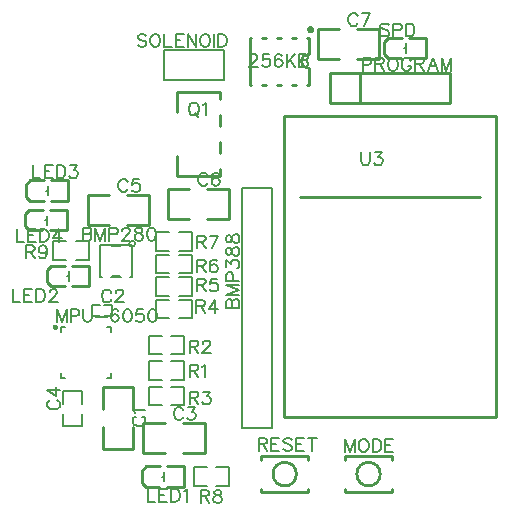
<source format=gto>
G04 Layer: TopSilkLayer*
G04 EasyEDA v6.4.7, 2020-12-08T13:31:26--8:00*
G04 2666239171464f44b57efdd4127db657,11a6c599673c4091828b82ff80a72166,10*
G04 Gerber Generator version 0.2*
G04 Scale: 100 percent, Rotated: No, Reflected: No *
G04 Dimensions in millimeters *
G04 leading zeros omitted , absolute positions ,3 integer and 3 decimal *
%FSLAX33Y33*%
%MOMM*%
G90*
D02*

%ADD10C,0.254000*%
%ADD50C,0.202997*%
%ADD51C,0.203200*%
%ADD52C,0.200000*%
%ADD53C,0.202999*%
%ADD54C,0.160000*%
%ADD55C,0.152400*%
%ADD56C,0.159995*%

%LPD*%
G54D10*
G01X35365Y42363D02*
G01X33892Y42363D01*
G01X35365Y40636D02*
G01X33892Y40636D01*
G01X35365Y40636D02*
G01X35365Y42363D01*
G01X33307Y42363D02*
G01X32139Y42363D01*
G01X33282Y40636D02*
G01X32139Y40636D01*
G01X32139Y40636D02*
G01X31783Y40991D01*
G01X31783Y42007D01*
G01X32139Y42363D01*
G54D50*
G01X33676Y41093D02*
G01X33676Y41880D01*
G01X33676Y41491D02*
G01X33500Y41491D01*
G54D51*
G01X18289Y41269D02*
G01X18289Y38755D01*
G01X13209Y38755D01*
G01X13209Y41269D01*
G01X18289Y41269D01*
G54D52*
G01X4641Y11333D02*
G01X4641Y12433D01*
G01X6242Y12433D01*
G01X6242Y11333D01*
G01X4641Y10533D02*
G01X4641Y9433D01*
G01X5641Y9433D01*
G01X6242Y9433D01*
G01X6242Y10533D01*
G54D10*
G01X14299Y30649D02*
G01X17900Y30649D01*
G01X14299Y37749D02*
G01X17900Y37749D01*
G01X14299Y37749D02*
G01X14299Y36065D01*
G01X14299Y32334D02*
G01X14299Y30649D01*
G01X17900Y37749D02*
G01X17900Y37165D01*
G01X17900Y35834D02*
G01X17900Y34865D01*
G01X17900Y33534D02*
G01X17900Y32565D01*
G01X17900Y31234D02*
G01X17900Y30649D01*
G54D52*
G01X16800Y4399D02*
G01X15700Y4399D01*
G01X15700Y6000D01*
G01X16800Y6000D01*
G01X17600Y4399D02*
G01X18700Y4399D01*
G01X18700Y5399D01*
G01X18700Y6000D01*
G01X17600Y6000D01*
G01X5699Y25100D02*
G01X6799Y25100D01*
G01X6799Y23499D01*
G01X5699Y23499D01*
G01X4899Y25100D02*
G01X3799Y25100D01*
G01X3799Y24100D01*
G01X3799Y23499D01*
G01X4899Y23499D01*
G54D10*
G01X14865Y6063D02*
G01X13392Y6063D01*
G01X14865Y4336D02*
G01X13392Y4336D01*
G01X14865Y4336D02*
G01X14865Y6063D01*
G01X12807Y6063D02*
G01X11639Y6063D01*
G01X12782Y4336D02*
G01X11639Y4336D01*
G01X11639Y4336D02*
G01X11283Y4691D01*
G01X11283Y5707D01*
G01X11639Y6063D01*
G54D50*
G01X13176Y4793D02*
G01X13176Y5580D01*
G01X13176Y5191D02*
G01X13000Y5191D01*
G54D10*
G01X6865Y23063D02*
G01X5392Y23063D01*
G01X6865Y21336D02*
G01X5392Y21336D01*
G01X6865Y21336D02*
G01X6865Y23063D01*
G01X4807Y23063D02*
G01X3639Y23063D01*
G01X4782Y21336D02*
G01X3639Y21336D01*
G01X3639Y21336D02*
G01X3283Y21691D01*
G01X3283Y22707D01*
G01X3639Y23063D01*
G54D50*
G01X5176Y21793D02*
G01X5176Y22580D01*
G01X5176Y22192D02*
G01X5000Y22192D01*
G54D10*
G01X27219Y39369D02*
G01X37379Y39369D01*
G01X37379Y36829D01*
G01X27219Y36829D01*
G01X27219Y39369D01*
G01X29759Y39369D02*
G01X29759Y36829D01*
G54D52*
G01X4434Y17435D02*
G01X4434Y17835D01*
G01X4834Y17835D01*
G01X8335Y17835D02*
G01X8735Y17835D01*
G01X8735Y17435D01*
G01X8335Y13535D02*
G01X8735Y13535D01*
G01X8735Y13935D01*
G01X4834Y13535D02*
G01X4434Y13535D01*
G01X4434Y13935D01*
G01X13780Y14974D02*
G01X14880Y14974D01*
G01X14880Y13373D01*
G01X13780Y13373D01*
G01X12980Y14974D02*
G01X11880Y14974D01*
G01X11880Y13974D01*
G01X11880Y13373D01*
G01X12980Y13373D01*
G01X13777Y17133D02*
G01X14877Y17133D01*
G01X14877Y15532D01*
G01X13777Y15532D01*
G01X12977Y17133D02*
G01X11877Y17133D01*
G01X11877Y16133D01*
G01X11877Y15532D01*
G01X12977Y15532D01*
G01X13780Y12815D02*
G01X14880Y12815D01*
G01X14880Y11214D01*
G01X13780Y11214D01*
G01X12980Y12815D02*
G01X11880Y12815D01*
G01X11880Y11815D01*
G01X11880Y11214D01*
G01X12980Y11214D01*
G01X13613Y18580D02*
G01X12513Y18580D01*
G01X12513Y20181D01*
G01X13613Y20181D01*
G01X14412Y18580D02*
G01X15513Y18580D01*
G01X15513Y19580D01*
G01X15513Y20181D01*
G01X14412Y20181D01*
G01X13613Y20485D02*
G01X12513Y20485D01*
G01X12513Y22086D01*
G01X13613Y22086D01*
G01X14412Y20485D02*
G01X15513Y20485D01*
G01X15513Y21485D01*
G01X15513Y22086D01*
G01X14412Y22086D01*
G01X13616Y22390D02*
G01X12516Y22390D01*
G01X12516Y23991D01*
G01X13616Y23991D01*
G01X14416Y22390D02*
G01X15516Y22390D01*
G01X15516Y23390D01*
G01X15516Y23991D01*
G01X14416Y23991D01*
G01X14415Y25896D02*
G01X15515Y25896D01*
G01X15515Y24295D01*
G01X14415Y24295D01*
G01X13615Y25896D02*
G01X12515Y25896D01*
G01X12515Y24896D01*
G01X12515Y24295D01*
G01X13615Y24295D01*
G54D51*
G01X19792Y29667D02*
G01X22332Y29667D01*
G01X22332Y9347D01*
G01X19792Y9347D01*
G01X19792Y11252D01*
G54D53*
G01X19792Y29667D02*
G01X19792Y11252D01*
G54D10*
G01X32500Y3899D02*
G01X28500Y3899D01*
G01X28500Y6899D02*
G01X32500Y6899D01*
G01X32500Y3899D02*
G01X32500Y4168D01*
G01X32500Y6631D02*
G01X32500Y6899D01*
G01X28500Y3899D02*
G01X28500Y4168D01*
G01X28500Y6631D02*
G01X28500Y6899D01*
G01X21400Y6899D02*
G01X25400Y6899D01*
G01X25400Y3899D02*
G01X21400Y3899D01*
G01X21400Y6899D02*
G01X21400Y6631D01*
G01X21400Y4168D02*
G01X21400Y3899D01*
G01X25400Y6899D02*
G01X25400Y6631D01*
G01X25400Y4168D02*
G01X25400Y3899D01*
G01X10521Y10947D02*
G01X10521Y12796D01*
G01X7981Y12796D01*
G01X7981Y10947D01*
G01X7981Y9423D02*
G01X7981Y7565D01*
G01X10521Y7565D01*
G01X10521Y9423D01*
G01X13264Y9728D02*
G01X11416Y9728D01*
G01X11416Y7188D01*
G01X13264Y7188D01*
G01X14788Y7188D02*
G01X16646Y7188D01*
G01X16646Y9728D01*
G01X14788Y9728D01*
G01X8565Y29032D02*
G01X6717Y29032D01*
G01X6717Y26492D01*
G01X8565Y26492D01*
G01X10089Y26492D02*
G01X11947Y26492D01*
G01X11947Y29032D01*
G01X10089Y29032D01*
G01X15337Y29569D02*
G01X13489Y29569D01*
G01X13489Y27029D01*
G01X15337Y27029D01*
G01X16861Y27029D02*
G01X18719Y27029D01*
G01X18719Y29569D01*
G01X16861Y29569D01*
G01X28037Y43069D02*
G01X26189Y43069D01*
G01X26189Y40529D01*
G01X28037Y40529D01*
G01X29561Y40529D02*
G01X31419Y40529D01*
G01X31419Y43069D01*
G01X29561Y43069D01*
G54D54*
G01X9440Y24724D02*
G01X8809Y24724D01*
G01X8809Y22165D02*
G01X9440Y22165D01*
G01X7764Y24824D02*
G01X10474Y24824D01*
G01X10474Y24824D02*
G01X10474Y22114D01*
G01X10328Y22114D01*
G01X9521Y22114D02*
G01X8728Y22114D01*
G01X7921Y22114D02*
G01X7784Y22114D01*
G01X7784Y24824D01*
G54D10*
G01X25434Y42360D02*
G01X25290Y42360D01*
G01X24389Y42360D02*
G01X24020Y42360D01*
G01X25434Y38360D02*
G01X25290Y38360D01*
G01X24389Y38360D02*
G01X24020Y38360D01*
G01X23119Y38360D02*
G01X22750Y38360D01*
G01X21849Y38360D02*
G01X21480Y38360D01*
G01X25434Y40940D02*
G01X25434Y42360D01*
G01X23119Y42360D02*
G01X22750Y42360D01*
G01X21849Y42360D02*
G01X21480Y42360D01*
G01X20579Y42360D02*
G01X20434Y42360D01*
G01X25434Y38360D02*
G01X25434Y39760D01*
G01X20434Y38360D02*
G01X20434Y42360D01*
G01X20579Y38360D02*
G01X20434Y38360D01*
G54D55*
G01X7753Y19685D02*
G01X7118Y19685D01*
G01X7118Y18822D01*
G01X7651Y18822D01*
G01X7753Y18822D01*
G01X8134Y18822D02*
G01X8743Y18822D01*
G01X8743Y19685D01*
G01X8210Y19685D01*
G01X8134Y19685D01*
G54D10*
G01X23308Y35724D02*
G01X41291Y35724D01*
G01X41291Y10222D01*
G01X23308Y10222D01*
G01X23308Y35724D01*
G01X24679Y28840D02*
G01X39919Y28840D01*
G01X5065Y30263D02*
G01X3592Y30263D01*
G01X5065Y28536D02*
G01X3592Y28536D01*
G01X5065Y28536D02*
G01X5065Y30263D01*
G01X3007Y30263D02*
G01X1839Y30263D01*
G01X2982Y28536D02*
G01X1839Y28536D01*
G01X1839Y28536D02*
G01X1483Y28891D01*
G01X1483Y29907D01*
G01X1839Y30263D01*
G54D50*
G01X3376Y28993D02*
G01X3376Y29780D01*
G01X3376Y29391D02*
G01X3200Y29391D01*
G54D10*
G01X4965Y27763D02*
G01X3492Y27763D01*
G01X4965Y26036D02*
G01X3492Y26036D01*
G01X4965Y26036D02*
G01X4965Y27763D01*
G01X2907Y27763D02*
G01X1739Y27763D01*
G01X2882Y26036D02*
G01X1739Y26036D01*
G01X1739Y26036D02*
G01X1383Y26391D01*
G01X1383Y27407D01*
G01X1739Y27763D01*
G54D50*
G01X3276Y26493D02*
G01X3276Y27280D01*
G01X3276Y26891D02*
G01X3100Y26891D01*
G54D55*
G01X32226Y43398D02*
G01X32122Y43502D01*
G01X31967Y43553D01*
G01X31759Y43553D01*
G01X31604Y43502D01*
G01X31500Y43398D01*
G01X31500Y43294D01*
G01X31550Y43189D01*
G01X31604Y43136D01*
G01X31708Y43085D01*
G01X32020Y42981D01*
G01X32122Y42930D01*
G01X32175Y42877D01*
G01X32226Y42773D01*
G01X32226Y42618D01*
G01X32122Y42514D01*
G01X31967Y42463D01*
G01X31759Y42463D01*
G01X31604Y42514D01*
G01X31500Y42618D01*
G01X32569Y43553D02*
G01X32569Y42463D01*
G01X32569Y43553D02*
G01X33036Y43553D01*
G01X33194Y43502D01*
G01X33245Y43448D01*
G01X33298Y43344D01*
G01X33298Y43189D01*
G01X33245Y43085D01*
G01X33194Y43034D01*
G01X33036Y42981D01*
G01X32569Y42981D01*
G01X33641Y43553D02*
G01X33641Y42463D01*
G01X33641Y43553D02*
G01X34004Y43553D01*
G01X34159Y43502D01*
G01X34263Y43398D01*
G01X34316Y43294D01*
G01X34367Y43136D01*
G01X34367Y42877D01*
G01X34316Y42722D01*
G01X34263Y42618D01*
G01X34159Y42514D01*
G01X34004Y42463D01*
G01X33641Y42463D01*
G01X11676Y42507D02*
G01X11571Y42611D01*
G01X11417Y42662D01*
G01X11208Y42662D01*
G01X11053Y42611D01*
G01X10949Y42507D01*
G01X10949Y42402D01*
G01X11000Y42298D01*
G01X11053Y42248D01*
G01X11157Y42194D01*
G01X11470Y42090D01*
G01X11571Y42039D01*
G01X11625Y41988D01*
G01X11676Y41884D01*
G01X11676Y41727D01*
G01X11571Y41623D01*
G01X11417Y41572D01*
G01X11208Y41572D01*
G01X11053Y41623D01*
G01X10949Y41727D01*
G01X12331Y42662D02*
G01X12227Y42611D01*
G01X12123Y42507D01*
G01X12072Y42402D01*
G01X12019Y42248D01*
G01X12019Y41988D01*
G01X12072Y41831D01*
G01X12123Y41727D01*
G01X12227Y41623D01*
G01X12331Y41572D01*
G01X12539Y41572D01*
G01X12643Y41623D01*
G01X12747Y41727D01*
G01X12798Y41831D01*
G01X12852Y41988D01*
G01X12852Y42248D01*
G01X12798Y42402D01*
G01X12747Y42507D01*
G01X12643Y42611D01*
G01X12539Y42662D01*
G01X12331Y42662D01*
G01X13195Y42662D02*
G01X13195Y41572D01*
G01X13195Y41572D02*
G01X13817Y41572D01*
G01X14160Y42662D02*
G01X14160Y41572D01*
G01X14160Y42662D02*
G01X14835Y42662D01*
G01X14160Y42143D02*
G01X14576Y42143D01*
G01X14160Y41572D02*
G01X14835Y41572D01*
G01X15178Y42662D02*
G01X15178Y41572D01*
G01X15178Y42662D02*
G01X15905Y41572D01*
G01X15905Y42662D02*
G01X15905Y41572D01*
G01X16560Y42662D02*
G01X16456Y42611D01*
G01X16352Y42507D01*
G01X16301Y42402D01*
G01X16248Y42248D01*
G01X16248Y41988D01*
G01X16301Y41831D01*
G01X16352Y41727D01*
G01X16456Y41623D01*
G01X16560Y41572D01*
G01X16768Y41572D01*
G01X16872Y41623D01*
G01X16977Y41727D01*
G01X17027Y41831D01*
G01X17081Y41988D01*
G01X17081Y42248D01*
G01X17027Y42402D01*
G01X16977Y42507D01*
G01X16872Y42611D01*
G01X16768Y42662D01*
G01X16560Y42662D01*
G01X17424Y42662D02*
G01X17424Y41572D01*
G01X17767Y42662D02*
G01X17767Y41572D01*
G01X17767Y42662D02*
G01X18130Y42662D01*
G01X18285Y42611D01*
G01X18389Y42507D01*
G01X18442Y42402D01*
G01X18493Y42248D01*
G01X18493Y41988D01*
G01X18442Y41831D01*
G01X18389Y41727D01*
G01X18285Y41623D01*
G01X18130Y41572D01*
G01X17767Y41572D01*
G01X3557Y11675D02*
G01X3453Y11622D01*
G01X3349Y11518D01*
G01X3298Y11416D01*
G01X3298Y11208D01*
G01X3349Y11104D01*
G01X3453Y11000D01*
G01X3557Y10946D01*
G01X3712Y10895D01*
G01X3971Y10895D01*
G01X4128Y10946D01*
G01X4232Y11000D01*
G01X4337Y11104D01*
G01X4387Y11208D01*
G01X4387Y11416D01*
G01X4337Y11518D01*
G01X4232Y11622D01*
G01X4128Y11675D01*
G01X3298Y12536D02*
G01X4024Y12018D01*
G01X4024Y12798D01*
G01X3298Y12536D02*
G01X4387Y12536D01*
G01X15612Y36862D02*
G01X15508Y36812D01*
G01X15404Y36708D01*
G01X15350Y36603D01*
G01X15299Y36446D01*
G01X15299Y36187D01*
G01X15350Y36032D01*
G01X15404Y35928D01*
G01X15508Y35824D01*
G01X15612Y35773D01*
G01X15820Y35773D01*
G01X15922Y35824D01*
G01X16026Y35928D01*
G01X16079Y36032D01*
G01X16130Y36187D01*
G01X16130Y36446D01*
G01X16079Y36603D01*
G01X16026Y36708D01*
G01X15922Y36812D01*
G01X15820Y36862D01*
G01X15612Y36862D01*
G01X15767Y35979D02*
G01X16079Y35669D01*
G01X16473Y36654D02*
G01X16577Y36708D01*
G01X16735Y36862D01*
G01X16735Y35773D01*
G01X16299Y4061D02*
G01X16299Y2972D01*
G01X16299Y4061D02*
G01X16767Y4061D01*
G01X16922Y4011D01*
G01X16975Y3960D01*
G01X17026Y3856D01*
G01X17026Y3752D01*
G01X16975Y3647D01*
G01X16922Y3594D01*
G01X16767Y3543D01*
G01X16299Y3543D01*
G01X16663Y3543D02*
G01X17026Y2972D01*
G01X17630Y4061D02*
G01X17473Y4011D01*
G01X17422Y3907D01*
G01X17422Y3802D01*
G01X17473Y3698D01*
G01X17577Y3647D01*
G01X17785Y3594D01*
G01X17940Y3543D01*
G01X18044Y3439D01*
G01X18098Y3335D01*
G01X18098Y3180D01*
G01X18044Y3076D01*
G01X17994Y3023D01*
G01X17836Y2972D01*
G01X17630Y2972D01*
G01X17473Y3023D01*
G01X17422Y3076D01*
G01X17369Y3180D01*
G01X17369Y3335D01*
G01X17422Y3439D01*
G01X17526Y3543D01*
G01X17681Y3594D01*
G01X17890Y3647D01*
G01X17994Y3698D01*
G01X18044Y3802D01*
G01X18044Y3907D01*
G01X17994Y4011D01*
G01X17836Y4061D01*
G01X17630Y4061D01*
G01X1499Y24762D02*
G01X1499Y23672D01*
G01X1499Y24762D02*
G01X1967Y24762D01*
G01X2122Y24711D01*
G01X2175Y24660D01*
G01X2226Y24556D01*
G01X2226Y24452D01*
G01X2175Y24347D01*
G01X2122Y24294D01*
G01X1967Y24243D01*
G01X1499Y24243D01*
G01X1863Y24243D02*
G01X2226Y23672D01*
G01X3244Y24398D02*
G01X3194Y24243D01*
G01X3090Y24139D01*
G01X2935Y24088D01*
G01X2881Y24088D01*
G01X2726Y24139D01*
G01X2622Y24243D01*
G01X2569Y24398D01*
G01X2569Y24452D01*
G01X2622Y24607D01*
G01X2726Y24711D01*
G01X2881Y24762D01*
G01X2935Y24762D01*
G01X3090Y24711D01*
G01X3194Y24607D01*
G01X3244Y24398D01*
G01X3244Y24139D01*
G01X3194Y23880D01*
G01X3090Y23723D01*
G01X2935Y23672D01*
G01X2830Y23672D01*
G01X2673Y23723D01*
G01X2622Y23827D01*
G01X11800Y4161D02*
G01X11800Y3072D01*
G01X11800Y3072D02*
G01X12422Y3072D01*
G01X12765Y4161D02*
G01X12765Y3072D01*
G01X12765Y4161D02*
G01X13440Y4161D01*
G01X12765Y3643D02*
G01X13181Y3643D01*
G01X12765Y3072D02*
G01X13440Y3072D01*
G01X13783Y4161D02*
G01X13783Y3072D01*
G01X13783Y4161D02*
G01X14149Y4161D01*
G01X14304Y4111D01*
G01X14408Y4007D01*
G01X14459Y3902D01*
G01X14512Y3747D01*
G01X14512Y3488D01*
G01X14459Y3331D01*
G01X14408Y3227D01*
G01X14304Y3123D01*
G01X14149Y3072D01*
G01X13783Y3072D01*
G01X14855Y3956D02*
G01X14959Y4007D01*
G01X15114Y4161D01*
G01X15114Y3072D01*
G01X399Y21061D02*
G01X399Y19972D01*
G01X399Y19972D02*
G01X1022Y19972D01*
G01X1365Y21061D02*
G01X1365Y19972D01*
G01X1365Y21061D02*
G01X2040Y21061D01*
G01X1365Y20543D02*
G01X1781Y20543D01*
G01X1365Y19972D02*
G01X2040Y19972D01*
G01X2383Y21061D02*
G01X2383Y19972D01*
G01X2383Y21061D02*
G01X2749Y21061D01*
G01X2904Y21011D01*
G01X3008Y20907D01*
G01X3059Y20802D01*
G01X3112Y20647D01*
G01X3112Y20388D01*
G01X3059Y20231D01*
G01X3008Y20127D01*
G01X2904Y20023D01*
G01X2749Y19972D01*
G01X2383Y19972D01*
G01X3506Y20802D02*
G01X3506Y20856D01*
G01X3559Y20960D01*
G01X3610Y21011D01*
G01X3714Y21061D01*
G01X3922Y21061D01*
G01X4027Y21011D01*
G01X4077Y20960D01*
G01X4131Y20856D01*
G01X4131Y20752D01*
G01X4077Y20647D01*
G01X3973Y20490D01*
G01X3455Y19972D01*
G01X4182Y19972D01*
G01X30000Y40653D02*
G01X30000Y39563D01*
G01X30000Y40653D02*
G01X30467Y40653D01*
G01X30622Y40602D01*
G01X30675Y40549D01*
G01X30726Y40444D01*
G01X30726Y40289D01*
G01X30675Y40185D01*
G01X30622Y40135D01*
G01X30467Y40081D01*
G01X30000Y40081D01*
G01X31069Y40653D02*
G01X31069Y39563D01*
G01X31069Y40653D02*
G01X31536Y40653D01*
G01X31694Y40602D01*
G01X31745Y40549D01*
G01X31798Y40444D01*
G01X31798Y40340D01*
G01X31745Y40236D01*
G01X31694Y40185D01*
G01X31536Y40135D01*
G01X31069Y40135D01*
G01X31432Y40135D02*
G01X31798Y39563D01*
G01X32451Y40653D02*
G01X32347Y40602D01*
G01X32245Y40498D01*
G01X32192Y40394D01*
G01X32141Y40236D01*
G01X32141Y39977D01*
G01X32192Y39822D01*
G01X32245Y39718D01*
G01X32347Y39614D01*
G01X32451Y39563D01*
G01X32659Y39563D01*
G01X32763Y39614D01*
G01X32867Y39718D01*
G01X32918Y39822D01*
G01X32971Y39977D01*
G01X32971Y40236D01*
G01X32918Y40394D01*
G01X32867Y40498D01*
G01X32763Y40602D01*
G01X32659Y40653D01*
G01X32451Y40653D01*
G01X34094Y40394D02*
G01X34041Y40498D01*
G01X33937Y40602D01*
G01X33833Y40653D01*
G01X33627Y40653D01*
G01X33523Y40602D01*
G01X33419Y40498D01*
G01X33365Y40394D01*
G01X33314Y40236D01*
G01X33314Y39977D01*
G01X33365Y39822D01*
G01X33419Y39718D01*
G01X33523Y39614D01*
G01X33627Y39563D01*
G01X33833Y39563D01*
G01X33937Y39614D01*
G01X34041Y39718D01*
G01X34094Y39822D01*
G01X34094Y39977D01*
G01X33833Y39977D02*
G01X34094Y39977D01*
G01X34437Y40653D02*
G01X34437Y39563D01*
G01X34437Y40653D02*
G01X34904Y40653D01*
G01X35059Y40602D01*
G01X35113Y40549D01*
G01X35163Y40444D01*
G01X35163Y40340D01*
G01X35113Y40236D01*
G01X35059Y40185D01*
G01X34904Y40135D01*
G01X34437Y40135D01*
G01X34800Y40135D02*
G01X35163Y39563D01*
G01X35923Y40653D02*
G01X35506Y39563D01*
G01X35923Y40653D02*
G01X36337Y39563D01*
G01X35661Y39926D02*
G01X36182Y39926D01*
G01X36680Y40653D02*
G01X36680Y39563D01*
G01X36680Y40653D02*
G01X37096Y39563D01*
G01X37513Y40653D02*
G01X37096Y39563D01*
G01X37513Y40653D02*
G01X37513Y39563D01*
G01X4100Y19364D02*
G01X4100Y18272D01*
G01X4100Y19364D02*
G01X4516Y18272D01*
G01X4930Y19364D02*
G01X4516Y18272D01*
G01X4930Y19364D02*
G01X4930Y18272D01*
G01X5273Y19364D02*
G01X5273Y18272D01*
G01X5273Y19364D02*
G01X5740Y19364D01*
G01X5898Y19311D01*
G01X5949Y19260D01*
G01X6002Y19156D01*
G01X6002Y18998D01*
G01X5949Y18894D01*
G01X5898Y18843D01*
G01X5740Y18793D01*
G01X5273Y18793D01*
G01X6345Y19364D02*
G01X6345Y18584D01*
G01X6396Y18427D01*
G01X6500Y18323D01*
G01X6655Y18272D01*
G01X6759Y18272D01*
G01X6916Y18323D01*
G01X7021Y18427D01*
G01X7071Y18584D01*
G01X7071Y19364D01*
G01X7414Y18739D02*
G01X8349Y18739D01*
G01X9317Y19207D02*
G01X9263Y19311D01*
G01X9108Y19364D01*
G01X9004Y19364D01*
G01X8849Y19311D01*
G01X8745Y19156D01*
G01X8692Y18894D01*
G01X8692Y18635D01*
G01X8745Y18427D01*
G01X8849Y18323D01*
G01X9004Y18272D01*
G01X9055Y18272D01*
G01X9213Y18323D01*
G01X9317Y18427D01*
G01X9367Y18584D01*
G01X9367Y18635D01*
G01X9317Y18793D01*
G01X9213Y18894D01*
G01X9055Y18947D01*
G01X9004Y18947D01*
G01X8849Y18894D01*
G01X8745Y18793D01*
G01X8692Y18635D01*
G01X10023Y19364D02*
G01X9865Y19311D01*
G01X9764Y19156D01*
G01X9710Y18894D01*
G01X9710Y18739D01*
G01X9764Y18480D01*
G01X9865Y18323D01*
G01X10023Y18272D01*
G01X10127Y18272D01*
G01X10282Y18323D01*
G01X10386Y18480D01*
G01X10437Y18739D01*
G01X10437Y18894D01*
G01X10386Y19156D01*
G01X10282Y19311D01*
G01X10127Y19364D01*
G01X10023Y19364D01*
G01X11405Y19364D02*
G01X10884Y19364D01*
G01X10833Y18894D01*
G01X10884Y18947D01*
G01X11041Y18998D01*
G01X11196Y18998D01*
G01X11351Y18947D01*
G01X11455Y18843D01*
G01X11509Y18688D01*
G01X11509Y18584D01*
G01X11455Y18427D01*
G01X11351Y18323D01*
G01X11196Y18272D01*
G01X11041Y18272D01*
G01X10884Y18323D01*
G01X10833Y18376D01*
G01X10780Y18480D01*
G01X12164Y19364D02*
G01X12007Y19311D01*
G01X11902Y19156D01*
G01X11852Y18894D01*
G01X11852Y18739D01*
G01X11902Y18480D01*
G01X12007Y18323D01*
G01X12164Y18272D01*
G01X12266Y18272D01*
G01X12423Y18323D01*
G01X12527Y18480D01*
G01X12578Y18739D01*
G01X12578Y18894D01*
G01X12527Y19156D01*
G01X12423Y19311D01*
G01X12266Y19364D01*
G01X12164Y19364D01*
G01X15347Y14681D02*
G01X15347Y13592D01*
G01X15347Y14681D02*
G01X15815Y14681D01*
G01X15970Y14631D01*
G01X16023Y14580D01*
G01X16074Y14476D01*
G01X16074Y14372D01*
G01X16023Y14267D01*
G01X15970Y14214D01*
G01X15815Y14163D01*
G01X15347Y14163D01*
G01X15711Y14163D02*
G01X16074Y13592D01*
G01X16417Y14476D02*
G01X16521Y14527D01*
G01X16678Y14681D01*
G01X16678Y13592D01*
G01X15344Y16713D02*
G01X15344Y15624D01*
G01X15344Y16713D02*
G01X15812Y16713D01*
G01X15967Y16663D01*
G01X16020Y16612D01*
G01X16071Y16508D01*
G01X16071Y16404D01*
G01X16020Y16299D01*
G01X15967Y16246D01*
G01X15812Y16195D01*
G01X15344Y16195D01*
G01X15708Y16195D02*
G01X16071Y15624D01*
G01X16467Y16454D02*
G01X16467Y16508D01*
G01X16518Y16612D01*
G01X16571Y16663D01*
G01X16675Y16713D01*
G01X16881Y16713D01*
G01X16985Y16663D01*
G01X17039Y16612D01*
G01X17089Y16508D01*
G01X17089Y16404D01*
G01X17039Y16299D01*
G01X16934Y16142D01*
G01X16414Y15624D01*
G01X17143Y15624D01*
G01X15350Y12395D02*
G01X15350Y11306D01*
G01X15350Y12395D02*
G01X15818Y12395D01*
G01X15973Y12345D01*
G01X16026Y12294D01*
G01X16077Y12190D01*
G01X16077Y12086D01*
G01X16026Y11981D01*
G01X15973Y11928D01*
G01X15818Y11877D01*
G01X15350Y11877D01*
G01X15714Y11877D02*
G01X16077Y11306D01*
G01X16524Y12395D02*
G01X17095Y12395D01*
G01X16786Y11981D01*
G01X16940Y11981D01*
G01X17045Y11928D01*
G01X17095Y11877D01*
G01X17149Y11722D01*
G01X17149Y11618D01*
G01X17095Y11461D01*
G01X16991Y11357D01*
G01X16836Y11306D01*
G01X16681Y11306D01*
G01X16524Y11357D01*
G01X16473Y11410D01*
G01X16420Y11514D01*
G01X15917Y20142D02*
G01X15917Y19053D01*
G01X15917Y20142D02*
G01X16385Y20142D01*
G01X16540Y20092D01*
G01X16593Y20041D01*
G01X16644Y19937D01*
G01X16644Y19833D01*
G01X16593Y19728D01*
G01X16540Y19675D01*
G01X16385Y19624D01*
G01X15917Y19624D01*
G01X16281Y19624D02*
G01X16644Y19053D01*
G01X17507Y20142D02*
G01X16987Y19416D01*
G01X17767Y19416D01*
G01X17507Y20142D02*
G01X17507Y19053D01*
G01X15982Y21959D02*
G01X15982Y20869D01*
G01X15982Y21959D02*
G01X16450Y21959D01*
G01X16605Y21908D01*
G01X16658Y21857D01*
G01X16709Y21753D01*
G01X16709Y21649D01*
G01X16658Y21545D01*
G01X16605Y21491D01*
G01X16450Y21440D01*
G01X15982Y21440D01*
G01X16346Y21440D02*
G01X16709Y20869D01*
G01X17677Y21959D02*
G01X17156Y21959D01*
G01X17105Y21491D01*
G01X17156Y21545D01*
G01X17313Y21595D01*
G01X17468Y21595D01*
G01X17623Y21545D01*
G01X17727Y21440D01*
G01X17781Y21285D01*
G01X17781Y21181D01*
G01X17727Y21024D01*
G01X17623Y20920D01*
G01X17468Y20869D01*
G01X17313Y20869D01*
G01X17156Y20920D01*
G01X17105Y20973D01*
G01X17052Y21077D01*
G01X15982Y23571D02*
G01X15982Y22482D01*
G01X15982Y23571D02*
G01X16450Y23571D01*
G01X16605Y23521D01*
G01X16658Y23470D01*
G01X16709Y23366D01*
G01X16709Y23262D01*
G01X16658Y23157D01*
G01X16605Y23104D01*
G01X16450Y23053D01*
G01X15982Y23053D01*
G01X16346Y23053D02*
G01X16709Y22482D01*
G01X17677Y23417D02*
G01X17623Y23521D01*
G01X17468Y23571D01*
G01X17364Y23571D01*
G01X17209Y23521D01*
G01X17105Y23366D01*
G01X17052Y23104D01*
G01X17052Y22845D01*
G01X17105Y22637D01*
G01X17209Y22533D01*
G01X17364Y22482D01*
G01X17418Y22482D01*
G01X17572Y22533D01*
G01X17677Y22637D01*
G01X17727Y22794D01*
G01X17727Y22845D01*
G01X17677Y23000D01*
G01X17572Y23104D01*
G01X17418Y23157D01*
G01X17364Y23157D01*
G01X17209Y23104D01*
G01X17105Y23000D01*
G01X17052Y22845D01*
G01X15983Y25603D02*
G01X15983Y24514D01*
G01X15983Y25603D02*
G01X16450Y25603D01*
G01X16605Y25553D01*
G01X16658Y25502D01*
G01X16709Y25398D01*
G01X16709Y25294D01*
G01X16658Y25189D01*
G01X16605Y25136D01*
G01X16450Y25085D01*
G01X15983Y25085D01*
G01X16346Y25085D02*
G01X16709Y24514D01*
G01X17781Y25603D02*
G01X17260Y24514D01*
G01X17052Y25603D02*
G01X17781Y25603D01*
G01X18449Y19507D02*
G01X19538Y19507D01*
G01X18449Y19507D02*
G01X18449Y19975D01*
G01X18500Y20130D01*
G01X18550Y20183D01*
G01X18655Y20234D01*
G01X18759Y20234D01*
G01X18863Y20183D01*
G01X18916Y20130D01*
G01X18967Y19975D01*
G01X18967Y19507D02*
G01X18967Y19975D01*
G01X19020Y20130D01*
G01X19071Y20183D01*
G01X19175Y20234D01*
G01X19330Y20234D01*
G01X19434Y20183D01*
G01X19488Y20130D01*
G01X19538Y19975D01*
G01X19538Y19507D01*
G01X18449Y20577D02*
G01X19538Y20577D01*
G01X18449Y20577D02*
G01X19538Y20993D01*
G01X18449Y21410D02*
G01X19538Y20993D01*
G01X18449Y21410D02*
G01X19538Y21410D01*
G01X18449Y21753D02*
G01X19538Y21753D01*
G01X18449Y21753D02*
G01X18449Y22220D01*
G01X18500Y22375D01*
G01X18550Y22428D01*
G01X18655Y22479D01*
G01X18812Y22479D01*
G01X18916Y22428D01*
G01X18967Y22375D01*
G01X19020Y22220D01*
G01X19020Y21753D01*
G01X18449Y22926D02*
G01X18449Y23498D01*
G01X18863Y23185D01*
G01X18863Y23343D01*
G01X18916Y23444D01*
G01X18967Y23498D01*
G01X19122Y23549D01*
G01X19226Y23549D01*
G01X19384Y23498D01*
G01X19488Y23394D01*
G01X19538Y23239D01*
G01X19538Y23081D01*
G01X19488Y22926D01*
G01X19434Y22873D01*
G01X19330Y22822D01*
G01X18449Y24153D02*
G01X18500Y23996D01*
G01X18604Y23945D01*
G01X18708Y23945D01*
G01X18812Y23996D01*
G01X18863Y24100D01*
G01X18916Y24308D01*
G01X18967Y24463D01*
G01X19071Y24567D01*
G01X19175Y24620D01*
G01X19330Y24620D01*
G01X19434Y24567D01*
G01X19488Y24516D01*
G01X19538Y24359D01*
G01X19538Y24153D01*
G01X19488Y23996D01*
G01X19434Y23945D01*
G01X19330Y23892D01*
G01X19175Y23892D01*
G01X19071Y23945D01*
G01X18967Y24049D01*
G01X18916Y24204D01*
G01X18863Y24412D01*
G01X18812Y24516D01*
G01X18708Y24567D01*
G01X18604Y24567D01*
G01X18500Y24516D01*
G01X18449Y24359D01*
G01X18449Y24153D01*
G01X18449Y25222D02*
G01X18500Y25068D01*
G01X18604Y25014D01*
G01X18708Y25014D01*
G01X18812Y25068D01*
G01X18863Y25172D01*
G01X18916Y25377D01*
G01X18967Y25535D01*
G01X19071Y25639D01*
G01X19175Y25690D01*
G01X19330Y25690D01*
G01X19434Y25639D01*
G01X19488Y25586D01*
G01X19538Y25431D01*
G01X19538Y25222D01*
G01X19488Y25068D01*
G01X19434Y25014D01*
G01X19330Y24963D01*
G01X19175Y24963D01*
G01X19071Y25014D01*
G01X18967Y25118D01*
G01X18916Y25273D01*
G01X18863Y25482D01*
G01X18812Y25586D01*
G01X18708Y25639D01*
G01X18604Y25639D01*
G01X18500Y25586D01*
G01X18449Y25431D01*
G01X18449Y25222D01*
G01X28500Y8363D02*
G01X28500Y7271D01*
G01X28500Y8363D02*
G01X28916Y7271D01*
G01X29330Y8363D02*
G01X28916Y7271D01*
G01X29330Y8363D02*
G01X29330Y7271D01*
G01X29985Y8363D02*
G01X29881Y8312D01*
G01X29777Y8208D01*
G01X29726Y8104D01*
G01X29673Y7946D01*
G01X29673Y7687D01*
G01X29726Y7532D01*
G01X29777Y7428D01*
G01X29881Y7324D01*
G01X29985Y7271D01*
G01X30194Y7271D01*
G01X30298Y7324D01*
G01X30402Y7428D01*
G01X30453Y7532D01*
G01X30506Y7687D01*
G01X30506Y7946D01*
G01X30453Y8104D01*
G01X30402Y8208D01*
G01X30298Y8312D01*
G01X30194Y8363D01*
G01X29985Y8363D01*
G01X30849Y8363D02*
G01X30849Y7271D01*
G01X30849Y8363D02*
G01X31212Y8363D01*
G01X31367Y8312D01*
G01X31471Y8208D01*
G01X31522Y8104D01*
G01X31575Y7946D01*
G01X31575Y7687D01*
G01X31522Y7532D01*
G01X31471Y7428D01*
G01X31367Y7324D01*
G01X31212Y7271D01*
G01X30849Y7271D01*
G01X31918Y8363D02*
G01X31918Y7271D01*
G01X31918Y8363D02*
G01X32594Y8363D01*
G01X31918Y7842D02*
G01X32335Y7842D01*
G01X31918Y7271D02*
G01X32594Y7271D01*
G01X21200Y8463D02*
G01X21200Y7371D01*
G01X21200Y8463D02*
G01X21667Y8463D01*
G01X21822Y8412D01*
G01X21875Y8359D01*
G01X21926Y8254D01*
G01X21926Y8150D01*
G01X21875Y8046D01*
G01X21822Y7995D01*
G01X21667Y7942D01*
G01X21200Y7942D01*
G01X21563Y7942D02*
G01X21926Y7371D01*
G01X22269Y8463D02*
G01X22269Y7371D01*
G01X22269Y8463D02*
G01X22945Y8463D01*
G01X22269Y7942D02*
G01X22685Y7942D01*
G01X22269Y7371D02*
G01X22945Y7371D01*
G01X24016Y8308D02*
G01X23912Y8412D01*
G01X23755Y8463D01*
G01X23549Y8463D01*
G01X23392Y8412D01*
G01X23287Y8308D01*
G01X23287Y8204D01*
G01X23341Y8099D01*
G01X23392Y8046D01*
G01X23496Y7995D01*
G01X23808Y7891D01*
G01X23912Y7840D01*
G01X23963Y7787D01*
G01X24016Y7683D01*
G01X24016Y7528D01*
G01X23912Y7424D01*
G01X23755Y7371D01*
G01X23549Y7371D01*
G01X23392Y7424D01*
G01X23287Y7528D01*
G01X24359Y8463D02*
G01X24359Y7371D01*
G01X24359Y8463D02*
G01X25035Y8463D01*
G01X24359Y7942D02*
G01X24773Y7942D01*
G01X24359Y7371D02*
G01X25035Y7371D01*
G01X25741Y8463D02*
G01X25741Y7371D01*
G01X25378Y8463D02*
G01X26104Y8463D01*
G01X10781Y10270D02*
G01X10676Y10216D01*
G01X10572Y10112D01*
G01X10521Y10010D01*
G01X10521Y9802D01*
G01X10572Y9698D01*
G01X10676Y9594D01*
G01X10781Y9541D01*
G01X10935Y9490D01*
G01X11195Y9490D01*
G01X11352Y9541D01*
G01X11456Y9594D01*
G01X11560Y9698D01*
G01X11611Y9802D01*
G01X11611Y10010D01*
G01X11560Y10112D01*
G01X11456Y10216D01*
G01X11352Y10270D01*
G01X10727Y10612D02*
G01X10676Y10717D01*
G01X10521Y10871D01*
G01X11611Y10871D01*
G01X14806Y10813D02*
G01X14753Y10917D01*
G01X14649Y11021D01*
G01X14547Y11072D01*
G01X14339Y11072D01*
G01X14235Y11021D01*
G01X14131Y10917D01*
G01X14077Y10813D01*
G01X14026Y10658D01*
G01X14026Y10399D01*
G01X14077Y10242D01*
G01X14131Y10137D01*
G01X14235Y10033D01*
G01X14339Y9982D01*
G01X14547Y9982D01*
G01X14649Y10033D01*
G01X14753Y10137D01*
G01X14806Y10242D01*
G01X15253Y11072D02*
G01X15825Y11072D01*
G01X15512Y10658D01*
G01X15667Y10658D01*
G01X15771Y10605D01*
G01X15825Y10554D01*
G01X15876Y10399D01*
G01X15876Y10295D01*
G01X15825Y10137D01*
G01X15721Y10033D01*
G01X15563Y9982D01*
G01X15408Y9982D01*
G01X15253Y10033D01*
G01X15200Y10087D01*
G01X15149Y10191D01*
G01X10107Y30117D02*
G01X10054Y30221D01*
G01X9950Y30325D01*
G01X9848Y30376D01*
G01X9640Y30376D01*
G01X9536Y30325D01*
G01X9432Y30221D01*
G01X9378Y30117D01*
G01X9327Y29962D01*
G01X9327Y29703D01*
G01X9378Y29546D01*
G01X9432Y29441D01*
G01X9536Y29337D01*
G01X9640Y29286D01*
G01X9848Y29286D01*
G01X9950Y29337D01*
G01X10054Y29441D01*
G01X10107Y29546D01*
G01X11072Y30376D02*
G01X10554Y30376D01*
G01X10501Y29909D01*
G01X10554Y29962D01*
G01X10709Y30013D01*
G01X10864Y30013D01*
G01X11022Y29962D01*
G01X11126Y29858D01*
G01X11177Y29703D01*
G01X11177Y29599D01*
G01X11126Y29441D01*
G01X11022Y29337D01*
G01X10864Y29286D01*
G01X10709Y29286D01*
G01X10554Y29337D01*
G01X10501Y29391D01*
G01X10450Y29495D01*
G01X16879Y30654D02*
G01X16826Y30758D01*
G01X16722Y30862D01*
G01X16620Y30913D01*
G01X16412Y30913D01*
G01X16308Y30862D01*
G01X16204Y30758D01*
G01X16150Y30654D01*
G01X16099Y30499D01*
G01X16099Y30240D01*
G01X16150Y30083D01*
G01X16204Y29978D01*
G01X16308Y29874D01*
G01X16412Y29823D01*
G01X16620Y29823D01*
G01X16722Y29874D01*
G01X16826Y29978D01*
G01X16879Y30083D01*
G01X17844Y30758D02*
G01X17794Y30862D01*
G01X17636Y30913D01*
G01X17535Y30913D01*
G01X17377Y30862D01*
G01X17273Y30707D01*
G01X17222Y30446D01*
G01X17222Y30187D01*
G01X17273Y29978D01*
G01X17377Y29874D01*
G01X17535Y29823D01*
G01X17585Y29823D01*
G01X17740Y29874D01*
G01X17844Y29978D01*
G01X17898Y30136D01*
G01X17898Y30187D01*
G01X17844Y30342D01*
G01X17740Y30446D01*
G01X17585Y30499D01*
G01X17535Y30499D01*
G01X17377Y30446D01*
G01X17273Y30342D01*
G01X17222Y30187D01*
G01X29579Y44154D02*
G01X29526Y44258D01*
G01X29422Y44362D01*
G01X29320Y44413D01*
G01X29112Y44413D01*
G01X29008Y44362D01*
G01X28904Y44258D01*
G01X28850Y44154D01*
G01X28799Y43999D01*
G01X28799Y43740D01*
G01X28850Y43583D01*
G01X28904Y43478D01*
G01X29008Y43374D01*
G01X29112Y43323D01*
G01X29320Y43323D01*
G01X29422Y43374D01*
G01X29526Y43478D01*
G01X29579Y43583D01*
G01X30649Y44413D02*
G01X30130Y43323D01*
G01X29922Y44413D02*
G01X30649Y44413D01*
G01X6300Y26262D02*
G01X6300Y25172D01*
G01X6300Y26262D02*
G01X6767Y26262D01*
G01X6922Y26211D01*
G01X6975Y26160D01*
G01X7026Y26056D01*
G01X7026Y25952D01*
G01X6975Y25848D01*
G01X6922Y25794D01*
G01X6767Y25743D01*
G01X6300Y25743D02*
G01X6767Y25743D01*
G01X6922Y25690D01*
G01X6975Y25639D01*
G01X7026Y25535D01*
G01X7026Y25380D01*
G01X6975Y25276D01*
G01X6922Y25223D01*
G01X6767Y25172D01*
G01X6300Y25172D01*
G01X7369Y26262D02*
G01X7369Y25172D01*
G01X7369Y26262D02*
G01X7785Y25172D01*
G01X8202Y26262D02*
G01X7785Y25172D01*
G01X8202Y26262D02*
G01X8202Y25172D01*
G01X8545Y26262D02*
G01X8545Y25172D01*
G01X8545Y26262D02*
G01X9012Y26262D01*
G01X9167Y26211D01*
G01X9221Y26160D01*
G01X9271Y26056D01*
G01X9271Y25898D01*
G01X9221Y25794D01*
G01X9167Y25743D01*
G01X9012Y25690D01*
G01X8545Y25690D01*
G01X9665Y26002D02*
G01X9665Y26056D01*
G01X9718Y26160D01*
G01X9769Y26211D01*
G01X9873Y26262D01*
G01X10082Y26262D01*
G01X10186Y26211D01*
G01X10237Y26160D01*
G01X10290Y26056D01*
G01X10290Y25952D01*
G01X10237Y25848D01*
G01X10135Y25690D01*
G01X9614Y25172D01*
G01X10341Y25172D01*
G01X10945Y26262D02*
G01X10788Y26211D01*
G01X10737Y26107D01*
G01X10737Y26002D01*
G01X10788Y25898D01*
G01X10892Y25848D01*
G01X11100Y25794D01*
G01X11255Y25743D01*
G01X11359Y25639D01*
G01X11413Y25535D01*
G01X11413Y25380D01*
G01X11359Y25276D01*
G01X11308Y25223D01*
G01X11151Y25172D01*
G01X10945Y25172D01*
G01X10788Y25223D01*
G01X10737Y25276D01*
G01X10684Y25380D01*
G01X10684Y25535D01*
G01X10737Y25639D01*
G01X10841Y25743D01*
G01X10996Y25794D01*
G01X11204Y25848D01*
G01X11308Y25898D01*
G01X11359Y26002D01*
G01X11359Y26107D01*
G01X11308Y26211D01*
G01X11151Y26262D01*
G01X10945Y26262D01*
G01X12065Y26262D02*
G01X11910Y26211D01*
G01X11806Y26056D01*
G01X11755Y25794D01*
G01X11755Y25639D01*
G01X11806Y25380D01*
G01X11910Y25223D01*
G01X12065Y25172D01*
G01X12169Y25172D01*
G01X12327Y25223D01*
G01X12431Y25380D01*
G01X12482Y25639D01*
G01X12482Y25794D01*
G01X12431Y26056D01*
G01X12327Y26211D01*
G01X12169Y26262D01*
G01X12065Y26262D01*
G01X20452Y40693D02*
G01X20452Y40744D01*
G01X20502Y40848D01*
G01X20556Y40901D01*
G01X20660Y40952D01*
G01X20868Y40952D01*
G01X20972Y40901D01*
G01X21023Y40848D01*
G01X21074Y40744D01*
G01X21074Y40642D01*
G01X21023Y40538D01*
G01X20919Y40381D01*
G01X20401Y39862D01*
G01X21127Y39862D01*
G01X22092Y40952D02*
G01X21574Y40952D01*
G01X21521Y40485D01*
G01X21574Y40538D01*
G01X21729Y40589D01*
G01X21887Y40589D01*
G01X22042Y40538D01*
G01X22146Y40434D01*
G01X22197Y40276D01*
G01X22197Y40172D01*
G01X22146Y40017D01*
G01X22042Y39913D01*
G01X21887Y39862D01*
G01X21729Y39862D01*
G01X21574Y39913D01*
G01X21521Y39967D01*
G01X21470Y40071D01*
G01X23164Y40797D02*
G01X23111Y40901D01*
G01X22956Y40952D01*
G01X22852Y40952D01*
G01X22697Y40901D01*
G01X22593Y40744D01*
G01X22539Y40485D01*
G01X22539Y40226D01*
G01X22593Y40017D01*
G01X22697Y39913D01*
G01X22852Y39862D01*
G01X22903Y39862D01*
G01X23060Y39913D01*
G01X23164Y40017D01*
G01X23215Y40172D01*
G01X23215Y40226D01*
G01X23164Y40381D01*
G01X23060Y40485D01*
G01X22903Y40538D01*
G01X22852Y40538D01*
G01X22697Y40485D01*
G01X22593Y40381D01*
G01X22539Y40226D01*
G01X23558Y40952D02*
G01X23558Y39862D01*
G01X24287Y40952D02*
G01X23558Y40226D01*
G01X23817Y40485D02*
G01X24287Y39862D01*
G01X24630Y40952D02*
G01X24630Y39862D01*
G01X24630Y40952D02*
G01X25097Y40952D01*
G01X25252Y40901D01*
G01X25303Y40848D01*
G01X25356Y40744D01*
G01X25356Y40642D01*
G01X25303Y40538D01*
G01X25252Y40485D01*
G01X25097Y40434D01*
G01X24630Y40434D02*
G01X25097Y40434D01*
G01X25252Y40381D01*
G01X25303Y40330D01*
G01X25356Y40226D01*
G01X25356Y40071D01*
G01X25303Y39967D01*
G01X25252Y39913D01*
G01X25097Y39862D01*
G01X24630Y39862D01*
G01X8710Y20770D02*
G01X8657Y20874D01*
G01X8553Y20978D01*
G01X8451Y21029D01*
G01X8243Y21029D01*
G01X8139Y20978D01*
G01X8035Y20874D01*
G01X7981Y20770D01*
G01X7931Y20615D01*
G01X7931Y20356D01*
G01X7981Y20198D01*
G01X8035Y20094D01*
G01X8139Y19990D01*
G01X8243Y19939D01*
G01X8451Y19939D01*
G01X8553Y19990D01*
G01X8657Y20094D01*
G01X8710Y20198D01*
G01X9104Y20770D02*
G01X9104Y20823D01*
G01X9157Y20927D01*
G01X9208Y20978D01*
G01X9312Y21029D01*
G01X9521Y21029D01*
G01X9625Y20978D01*
G01X9676Y20927D01*
G01X9729Y20823D01*
G01X9729Y20719D01*
G01X9676Y20615D01*
G01X9571Y20457D01*
G01X9053Y19939D01*
G01X9780Y19939D01*
G01X29899Y32652D02*
G01X29899Y31875D01*
G01X29952Y31717D01*
G01X30057Y31613D01*
G01X30212Y31562D01*
G01X30316Y31562D01*
G01X30471Y31613D01*
G01X30575Y31717D01*
G01X30628Y31875D01*
G01X30628Y32652D01*
G01X31073Y32652D02*
G01X31644Y32652D01*
G01X31334Y32238D01*
G01X31489Y32238D01*
G01X31593Y32185D01*
G01X31644Y32134D01*
G01X31697Y31976D01*
G01X31697Y31875D01*
G01X31644Y31717D01*
G01X31542Y31613D01*
G01X31385Y31562D01*
G01X31230Y31562D01*
G01X31073Y31613D01*
G01X31022Y31666D01*
G01X30971Y31771D01*
G01X2100Y31553D02*
G01X2100Y30463D01*
G01X2100Y30463D02*
G01X2722Y30463D01*
G01X3065Y31553D02*
G01X3065Y30463D01*
G01X3065Y31553D02*
G01X3740Y31553D01*
G01X3065Y31034D02*
G01X3481Y31034D01*
G01X3065Y30463D02*
G01X3740Y30463D01*
G01X4083Y31553D02*
G01X4083Y30463D01*
G01X4083Y31553D02*
G01X4449Y31553D01*
G01X4604Y31502D01*
G01X4708Y31398D01*
G01X4759Y31294D01*
G01X4812Y31136D01*
G01X4812Y30877D01*
G01X4759Y30722D01*
G01X4708Y30618D01*
G01X4604Y30514D01*
G01X4449Y30463D01*
G01X4083Y30463D01*
G01X5259Y31553D02*
G01X5831Y31553D01*
G01X5518Y31136D01*
G01X5673Y31136D01*
G01X5777Y31085D01*
G01X5831Y31034D01*
G01X5882Y30877D01*
G01X5882Y30773D01*
G01X5831Y30618D01*
G01X5727Y30514D01*
G01X5569Y30463D01*
G01X5414Y30463D01*
G01X5259Y30514D01*
G01X5206Y30565D01*
G01X5155Y30669D01*
G01X700Y26153D02*
G01X700Y25063D01*
G01X700Y25063D02*
G01X1322Y25063D01*
G01X1665Y26153D02*
G01X1665Y25063D01*
G01X1665Y26153D02*
G01X2340Y26153D01*
G01X1665Y25634D02*
G01X2081Y25634D01*
G01X1665Y25063D02*
G01X2340Y25063D01*
G01X2683Y26153D02*
G01X2683Y25063D01*
G01X2683Y26153D02*
G01X3049Y26153D01*
G01X3204Y26102D01*
G01X3308Y25998D01*
G01X3359Y25894D01*
G01X3412Y25736D01*
G01X3412Y25477D01*
G01X3359Y25322D01*
G01X3308Y25218D01*
G01X3204Y25114D01*
G01X3049Y25063D01*
G01X2683Y25063D01*
G01X4273Y26153D02*
G01X3755Y25426D01*
G01X4535Y25426D01*
G01X4273Y26153D02*
G01X4273Y25063D01*
G54D10*
G75*
G01X25425Y39760D02*
G02X25425Y40940I-45J590D01*
G01*
G75*
G01X31492Y5400D02*
G03X31492Y5400I-992J0D01*
G01*
G75*
G01X24392Y5400D02*
G03X24392Y5400I-992J0D01*
G01*
G54D56*
G75*
G01X10735Y24895D02*
G03X10735Y24895I-251J0D01*
G01*
G54D10*
G75*
G01X25792Y43027D02*
G03X25792Y43027I-190J0D01*
G01*

%LPD*%
G36*
G01X3978Y18049D02*
G01X3956Y18049D01*
G01X3935Y18047D01*
G01X3915Y18043D01*
G01X3895Y18037D01*
G01X3875Y18029D01*
G01X3856Y18020D01*
G01X3839Y18008D01*
G01X3822Y17995D01*
G01X3807Y17980D01*
G01X3794Y17964D01*
G01X3782Y17947D01*
G01X3771Y17928D01*
G01X3763Y17909D01*
G01X3756Y17889D01*
G01X3752Y17868D01*
G01X3749Y17847D01*
G01X3748Y17826D01*
G01X3750Y17805D01*
G01X3753Y17785D01*
G01X3759Y17764D01*
G01X3766Y17744D01*
G01X3776Y17726D01*
G01X3787Y17708D01*
G01X3799Y17691D01*
G01X3814Y17675D01*
G01X3829Y17661D01*
G01X3846Y17649D01*
G01X3864Y17638D01*
G01X3884Y17629D01*
G01X3903Y17622D01*
G01X3924Y17617D01*
G01X3945Y17614D01*
G01X3966Y17612D01*
G01X3968Y17612D01*
G01X3989Y17614D01*
G01X4010Y17617D01*
G01X4031Y17622D01*
G01X4050Y17629D01*
G01X4070Y17638D01*
G01X4088Y17649D01*
G01X4105Y17661D01*
G01X4120Y17675D01*
G01X4135Y17691D01*
G01X4147Y17708D01*
G01X4158Y17726D01*
G01X4168Y17744D01*
G01X4175Y17764D01*
G01X4181Y17785D01*
G01X4184Y17805D01*
G01X4186Y17826D01*
G01X4185Y17847D01*
G01X4182Y17868D01*
G01X4178Y17889D01*
G01X4171Y17909D01*
G01X4163Y17928D01*
G01X4152Y17947D01*
G01X4140Y17964D01*
G01X4127Y17980D01*
G01X4112Y17995D01*
G01X4095Y18008D01*
G01X4078Y18020D01*
G01X4059Y18029D01*
G01X4039Y18037D01*
G01X4019Y18043D01*
G01X3999Y18047D01*
G01X3978Y18049D01*
G37*
M00*
M02*

</source>
